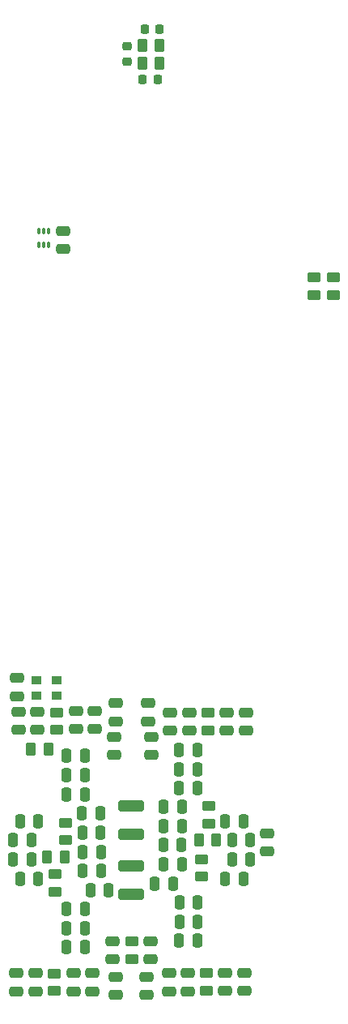
<source format=gbp>
G04 #@! TF.GenerationSoftware,KiCad,Pcbnew,8.0.1-8.0.1-1~ubuntu22.04.1*
G04 #@! TF.CreationDate,2024-08-18T12:24:04+02:00*
G04 #@! TF.ProjectId,nerdqaxe+,6e657264-7161-4786-952b-2e6b69636164,rev?*
G04 #@! TF.SameCoordinates,Original*
G04 #@! TF.FileFunction,Paste,Bot*
G04 #@! TF.FilePolarity,Positive*
%FSLAX46Y46*%
G04 Gerber Fmt 4.6, Leading zero omitted, Abs format (unit mm)*
G04 Created by KiCad (PCBNEW 8.0.1-8.0.1-1~ubuntu22.04.1) date 2024-08-18 12:24:04*
%MOMM*%
%LPD*%
G01*
G04 APERTURE LIST*
G04 Aperture macros list*
%AMRoundRect*
0 Rectangle with rounded corners*
0 $1 Rounding radius*
0 $2 $3 $4 $5 $6 $7 $8 $9 X,Y pos of 4 corners*
0 Add a 4 corners polygon primitive as box body*
4,1,4,$2,$3,$4,$5,$6,$7,$8,$9,$2,$3,0*
0 Add four circle primitives for the rounded corners*
1,1,$1+$1,$2,$3*
1,1,$1+$1,$4,$5*
1,1,$1+$1,$6,$7*
1,1,$1+$1,$8,$9*
0 Add four rect primitives between the rounded corners*
20,1,$1+$1,$2,$3,$4,$5,0*
20,1,$1+$1,$4,$5,$6,$7,0*
20,1,$1+$1,$6,$7,$8,$9,0*
20,1,$1+$1,$8,$9,$2,$3,0*%
G04 Aperture macros list end*
%ADD10RoundRect,0.250000X-0.250000X-0.475000X0.250000X-0.475000X0.250000X0.475000X-0.250000X0.475000X0*%
%ADD11RoundRect,0.250000X0.250000X0.475000X-0.250000X0.475000X-0.250000X-0.475000X0.250000X-0.475000X0*%
%ADD12RoundRect,0.250000X-0.450000X0.262500X-0.450000X-0.262500X0.450000X-0.262500X0.450000X0.262500X0*%
%ADD13RoundRect,0.250000X0.262500X0.450000X-0.262500X0.450000X-0.262500X-0.450000X0.262500X-0.450000X0*%
%ADD14RoundRect,0.250000X0.475000X-0.250000X0.475000X0.250000X-0.475000X0.250000X-0.475000X-0.250000X0*%
%ADD15RoundRect,0.250000X0.450000X-0.262500X0.450000X0.262500X-0.450000X0.262500X-0.450000X-0.262500X0*%
%ADD16RoundRect,0.225000X-0.225000X-0.250000X0.225000X-0.250000X0.225000X0.250000X-0.225000X0.250000X0*%
%ADD17RoundRect,0.250000X-0.475000X0.250000X-0.475000X-0.250000X0.475000X-0.250000X0.475000X0.250000X0*%
%ADD18RoundRect,0.250000X-0.262500X-0.450000X0.262500X-0.450000X0.262500X0.450000X-0.262500X0.450000X0*%
%ADD19RoundRect,0.225000X0.250000X-0.225000X0.250000X0.225000X-0.250000X0.225000X-0.250000X-0.225000X0*%
%ADD20R,1.000000X0.900000*%
%ADD21RoundRect,0.250000X1.100000X-0.325000X1.100000X0.325000X-1.100000X0.325000X-1.100000X-0.325000X0*%
%ADD22RoundRect,0.225000X0.225000X0.250000X-0.225000X0.250000X-0.225000X-0.250000X0.225000X-0.250000X0*%
%ADD23RoundRect,0.050000X0.100000X-0.285000X0.100000X0.285000X-0.100000X0.285000X-0.100000X-0.285000X0*%
%ADD24RoundRect,0.250000X-1.100000X0.325000X-1.100000X-0.325000X1.100000X-0.325000X1.100000X0.325000X0*%
G04 APERTURE END LIST*
D10*
X90640000Y-129300000D03*
X92540000Y-129300000D03*
D11*
X106650000Y-128100000D03*
X104750000Y-128100000D03*
D12*
X88011000Y-122277500D03*
X88011000Y-124102500D03*
D13*
X97900000Y-43000000D03*
X96075000Y-43000000D03*
D14*
X101000000Y-112650000D03*
X101000000Y-110750000D03*
X96500000Y-140250000D03*
X96500000Y-138350000D03*
D15*
X103020000Y-122372500D03*
X103020000Y-120547500D03*
D16*
X96325000Y-39400000D03*
X97875000Y-39400000D03*
D17*
X93300000Y-138350000D03*
X93300000Y-140250000D03*
D11*
X91650000Y-121325000D03*
X89750000Y-121325000D03*
D12*
X102800000Y-137987500D03*
X102800000Y-139812500D03*
D17*
X104900000Y-110750000D03*
X104900000Y-112650000D03*
D12*
X86910000Y-127637500D03*
X86910000Y-129462500D03*
D13*
X87925000Y-125850000D03*
X86100000Y-125850000D03*
D11*
X90050000Y-133270000D03*
X88150000Y-133270000D03*
D17*
X88875000Y-138000000D03*
X88875000Y-139900000D03*
D14*
X83100000Y-112575000D03*
X83100000Y-110675000D03*
D18*
X101987500Y-124100000D03*
X103812500Y-124100000D03*
D10*
X105450000Y-126100000D03*
X107350000Y-126100000D03*
X99920000Y-116670000D03*
X101820000Y-116670000D03*
X99910000Y-134590000D03*
X101810000Y-134590000D03*
X99960000Y-130590000D03*
X101860000Y-130590000D03*
X99920000Y-118670000D03*
X101820000Y-118670000D03*
D11*
X84450000Y-124100000D03*
X82550000Y-124100000D03*
D17*
X92964000Y-134650000D03*
X92964000Y-136550000D03*
D14*
X100850000Y-139875000D03*
X100850000Y-137975000D03*
X104750000Y-139850000D03*
X104750000Y-137950000D03*
X109100000Y-125300000D03*
X109100000Y-123400000D03*
D11*
X91700000Y-123325000D03*
X89800000Y-123325000D03*
D12*
X86875000Y-138037500D03*
X86875000Y-139862500D03*
D10*
X83300000Y-122100000D03*
X85200000Y-122100000D03*
D14*
X98875000Y-139875000D03*
X98875000Y-137975000D03*
D10*
X83290000Y-128160000D03*
X85190000Y-128160000D03*
D11*
X91750000Y-127325000D03*
X89850000Y-127325000D03*
D17*
X87800000Y-60450000D03*
X87800000Y-62350000D03*
D12*
X94945200Y-134698100D03*
X94945200Y-136523100D03*
D17*
X93300000Y-109800000D03*
X93300000Y-111700000D03*
D10*
X98310000Y-122610000D03*
X100210000Y-122610000D03*
D11*
X90060000Y-119300000D03*
X88160000Y-119300000D03*
X90050000Y-117300000D03*
X88150000Y-117300000D03*
D12*
X116035000Y-65337500D03*
X116035000Y-67162500D03*
D14*
X96901000Y-136545400D03*
X96901000Y-134645400D03*
D17*
X83000000Y-107175000D03*
X83000000Y-109075000D03*
D14*
X106900000Y-112650000D03*
X106900000Y-110750000D03*
D19*
X94500000Y-42775000D03*
X94500000Y-41225000D03*
D10*
X98310000Y-120630000D03*
X100210000Y-120630000D03*
D12*
X87100000Y-110775000D03*
X87100000Y-112600000D03*
D17*
X91100000Y-110575000D03*
X91100000Y-112475000D03*
D10*
X97380000Y-128610000D03*
X99280000Y-128610000D03*
D12*
X102235000Y-126087500D03*
X102235000Y-127912500D03*
D14*
X98990000Y-112650000D03*
X98990000Y-110750000D03*
D20*
X84975000Y-107425000D03*
X87125000Y-107425000D03*
X87125000Y-108975000D03*
X84975000Y-108975000D03*
D10*
X99920000Y-114670000D03*
X101820000Y-114670000D03*
X99960000Y-132590000D03*
X101860000Y-132590000D03*
D11*
X106650000Y-122100000D03*
X104750000Y-122100000D03*
D13*
X86232500Y-114570000D03*
X84407500Y-114570000D03*
X97900000Y-41100000D03*
X96075000Y-41100000D03*
D21*
X94900000Y-129775000D03*
X94900000Y-126825000D03*
D15*
X102930000Y-112612500D03*
X102930000Y-110787500D03*
D14*
X84875000Y-139900000D03*
X84875000Y-138000000D03*
D17*
X82875000Y-138000000D03*
X82875000Y-139900000D03*
D22*
X97675000Y-44700000D03*
X96125000Y-44700000D03*
D12*
X114035000Y-65337500D03*
X114035000Y-67162500D03*
D11*
X91750000Y-125325000D03*
X89850000Y-125325000D03*
D23*
X86250000Y-61960000D03*
X85750000Y-61960000D03*
X85250000Y-61960000D03*
X85250000Y-60480000D03*
X85750000Y-60480000D03*
X86250000Y-60480000D03*
D11*
X90050000Y-131270000D03*
X88150000Y-131270000D03*
D24*
X94900000Y-120525000D03*
X94900000Y-123475000D03*
D11*
X90060000Y-135260000D03*
X88160000Y-135260000D03*
X90040000Y-115300000D03*
X88140000Y-115300000D03*
D17*
X106725000Y-137950000D03*
X106725000Y-139850000D03*
X89100000Y-110575000D03*
X89100000Y-112475000D03*
X90875000Y-138000000D03*
X90875000Y-139900000D03*
D10*
X98310000Y-126610000D03*
X100210000Y-126610000D03*
D14*
X97000000Y-115200000D03*
X97000000Y-113300000D03*
D17*
X85100000Y-110675000D03*
X85100000Y-112575000D03*
D10*
X105450000Y-124100000D03*
X107350000Y-124100000D03*
D17*
X93100000Y-113300000D03*
X93100000Y-115200000D03*
D14*
X96700000Y-111700000D03*
X96700000Y-109800000D03*
D10*
X98260000Y-124610000D03*
X100160000Y-124610000D03*
D11*
X84450000Y-126100000D03*
X82550000Y-126100000D03*
M02*

</source>
